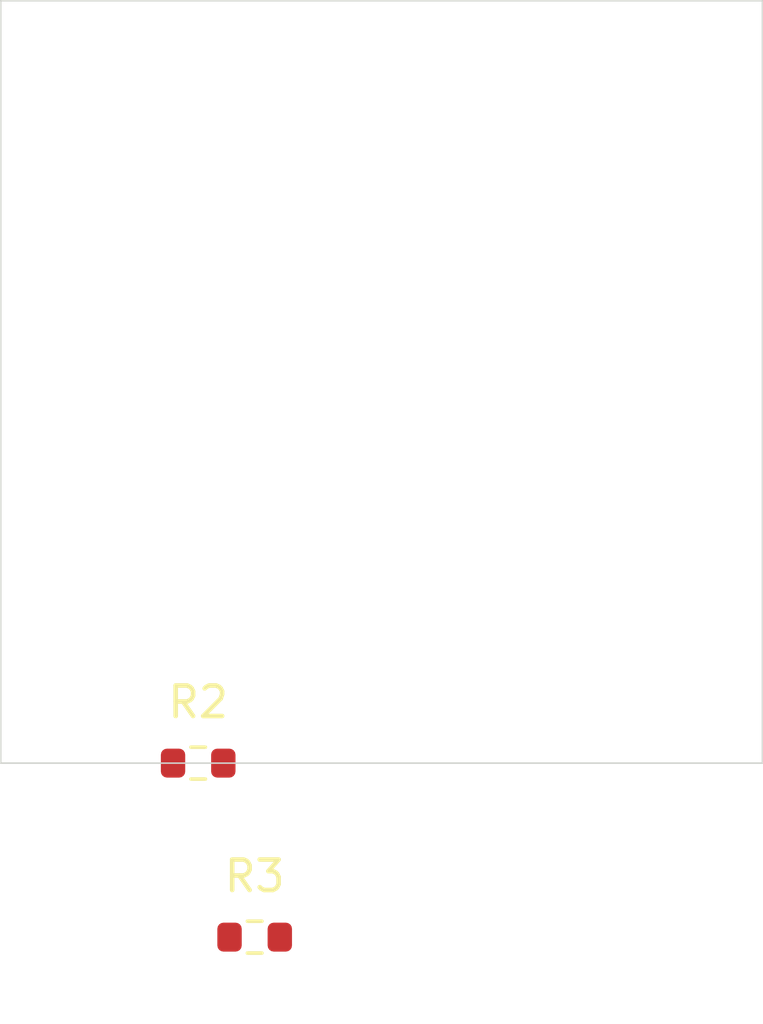
<source format=kicad_pcb>
(kicad_pcb (version 20241229) (generator "pcbnew") (generator_version "9.0")
  (layers (0 "F.Cu" signal) (2 "B.Cu" signal) (13 "F.Paste" user) (15 "B.Paste" user) (5 "F.SilkS" user "F.Silkscreen") (7 "B.SilkS" user "B.Silkscreen") (1 "F.Mask" user) (3 "B.Mask" user) (25 "Edge.Cuts" user))
  (net 0 "")
  (net 1 "GND")
  (net 2 "VIN")
  (footprint "Resistor_SMD:R_0603_1608Metric" (layer "F.Cu") (at 6.479999999999997 25.0)
    (property "Reference" "R2" (at 0 -2 0) (layer "F.SilkS") (effects (font (size 1.0 1.0))))
    (property "Value" "10k")
    (fp_line (start -0.237258 -0.5225) (end 0.237258 -0.5225) (stroke (width 0.12)) (layer "F.SilkS"))
    (fp_line (start -0.237258 0.5225) (end 0.237258 0.5225) (stroke (width 0.12)) (layer "F.SilkS"))
    (pad "1" smd roundrect (at -0.825 0.0) (size 0.8 0.95) (layers "F.Cu" "F.Mask" "F.Paste") (net 2 "VIN"))
    (pad "2" smd roundrect (at 0.825 0.0) (size 0.8 0.95) (layers "F.Cu" "F.Mask" "F.Paste") (net 1 "GND"))
  )
  (footprint "Resistor_SMD:R_0603_1608Metric" (layer "F.Cu") (at 8.334101966249682 30.706339097770922)
    (property "Reference" "R3" (at 0 -2 0) (layer "F.SilkS") (effects (font (size 1.0 1.0))))
    (property "Value" "10k")
    (fp_line (start -0.237258 -0.5225) (end 0.237258 -0.5225) (stroke (width 0.12)) (layer "F.SilkS"))
    (fp_line (start -0.237258 0.5225) (end 0.237258 0.5225) (stroke (width 0.12)) (layer "F.SilkS"))
    (pad "1" smd roundrect (at -0.825 0.0) (size 0.8 0.95) (layers "F.Cu" "F.Mask" "F.Paste") (net 2 "VIN"))
    (pad "2" smd roundrect (at 0.825 0.0) (size 0.8 0.95) (layers "F.Cu" "F.Mask" "F.Paste") (net 1 "GND"))
  )
  (gr_rect (start 0 0) (end 25.0 25.0) (stroke (width 0.05)) (fill no) (layer "Edge.Cuts"))
)
</source>
